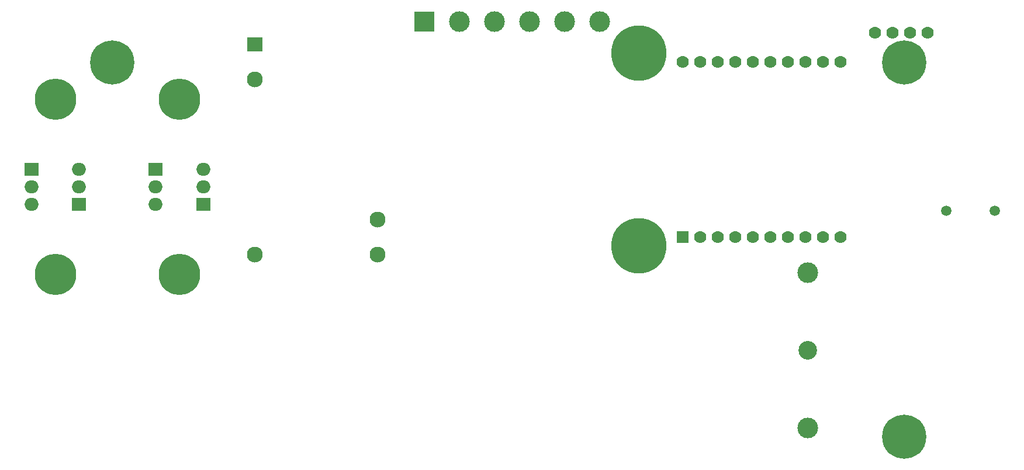
<source format=gbr>
%TF.GenerationSoftware,KiCad,Pcbnew,(7.0.0)*%
%TF.CreationDate,2024-03-10T18:27:09+01:00*%
%TF.ProjectId,bed-smart-plug,6265642d-736d-4617-9274-2d706c75672e,rev?*%
%TF.SameCoordinates,Original*%
%TF.FileFunction,Soldermask,Bot*%
%TF.FilePolarity,Negative*%
%FSLAX46Y46*%
G04 Gerber Fmt 4.6, Leading zero omitted, Abs format (unit mm)*
G04 Created by KiCad (PCBNEW (7.0.0)) date 2024-03-10 18:27:09*
%MOMM*%
%LPD*%
G01*
G04 APERTURE LIST*
%ADD10R,3.000000X3.000000*%
%ADD11C,3.000000*%
%ADD12C,6.400000*%
%ADD13R,1.778000X1.778000*%
%ADD14C,1.778000*%
%ADD15C,1.500000*%
%ADD16R,2.000000X1.905000*%
%ADD17O,2.000000X1.905000*%
%ADD18R,2.300000X2.000000*%
%ADD19C,2.300000*%
%ADD20C,6.000000*%
%ADD21C,8.000000*%
%ADD22C,2.700000*%
G04 APERTURE END LIST*
D10*
%TO.C,J2*%
X139779999Y-55499999D03*
D11*
X144860000Y-55500000D03*
X149940000Y-55500000D03*
X155020000Y-55500000D03*
X160100000Y-55500000D03*
X165180000Y-55500000D03*
%TD*%
D12*
%TO.C,*%
X209275000Y-115725000D03*
%TD*%
D13*
%TO.C,U1*%
X177134999Y-86729999D03*
D14*
X179675000Y-86730000D03*
X182215000Y-86730000D03*
X184755000Y-86730000D03*
X187295000Y-86730000D03*
X189835000Y-86730000D03*
X192375000Y-86730000D03*
X194915000Y-86730000D03*
X197455000Y-86730000D03*
X199995000Y-86730000D03*
X199995000Y-61330000D03*
X197455000Y-61330000D03*
X194915000Y-61330000D03*
X192375000Y-61330000D03*
X189835000Y-61330000D03*
X187295000Y-61330000D03*
X184755000Y-61330000D03*
X182215000Y-61330000D03*
X179675000Y-61330000D03*
X177135000Y-61330000D03*
%TD*%
D15*
%TO.C,J1*%
X222363000Y-82920000D03*
X215363000Y-82920000D03*
%TD*%
D12*
%TO.C,*%
X94525000Y-61475000D03*
%TD*%
D14*
%TO.C,U2*%
X205020000Y-57150000D03*
X207560000Y-57150000D03*
X210100000Y-57150000D03*
X212640000Y-57150000D03*
%TD*%
D16*
%TO.C,Q3*%
X100814999Y-76919999D03*
D17*
X100814999Y-79459999D03*
X100814999Y-81999999D03*
%TD*%
D16*
%TO.C,Q4*%
X107749999Y-81989999D03*
D17*
X107749999Y-79449999D03*
X107749999Y-76909999D03*
%TD*%
D16*
%TO.C,Q2*%
X89744999Y-82049999D03*
D17*
X89744999Y-79509999D03*
X89744999Y-76969999D03*
%TD*%
D18*
%TO.C,PS1*%
X115199999Y-58819999D03*
D19*
X115200000Y-63900000D03*
X115200000Y-89300000D03*
X132980000Y-89300000D03*
X132980000Y-84220000D03*
%TD*%
D20*
%TO.C,HS1*%
X86295000Y-66820000D03*
X86295000Y-92220000D03*
%TD*%
D21*
%TO.C,*%
X170785000Y-60060000D03*
%TD*%
D16*
%TO.C,Q1*%
X82809999Y-76979999D03*
D17*
X82809999Y-79519999D03*
X82809999Y-82059999D03*
%TD*%
D12*
%TO.C,*%
X209275000Y-61475000D03*
%TD*%
D20*
%TO.C,HS2*%
X104300000Y-66760000D03*
X104300000Y-92160000D03*
%TD*%
D22*
%TO.C,F1*%
X195260000Y-103180000D03*
D11*
X195260000Y-114430000D03*
X195260000Y-91930000D03*
%TD*%
D21*
%TO.C,*%
X170785000Y-88000000D03*
%TD*%
M02*

</source>
